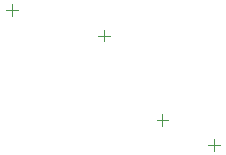
<source format=gbr>
%TF.GenerationSoftware,Altium Limited,Altium Designer,24.2.2 (26)*%
G04 Layer_Color=16711935*
%FSLAX45Y45*%
%MOMM*%
%TF.SameCoordinates,979FBE80-878B-4EC3-91C7-7055811A0E5A*%
%TF.FilePolarity,Positive*%
%TF.FileFunction,Other,Top_Component_Center*%
%TF.Part,Single*%
G01*
G75*
%TA.AperFunction,NonConductor*%
%ADD83C,0.10000*%
D83*
X16096780Y5131355D02*
X16196780D01*
X16146780Y5081355D02*
Y5181355D01*
X17082660Y4156240D02*
Y4256240D01*
X17032660Y4206240D02*
X17132660D01*
X15319540Y5346700D02*
X15419540D01*
X15369540Y5296700D02*
Y5396700D01*
X16594620Y4419600D02*
X16694620D01*
X16644620Y4369600D02*
Y4469600D01*
%TF.MD5,abc3a28c97618bde82d56929ae177a8c*%
M02*

</source>
